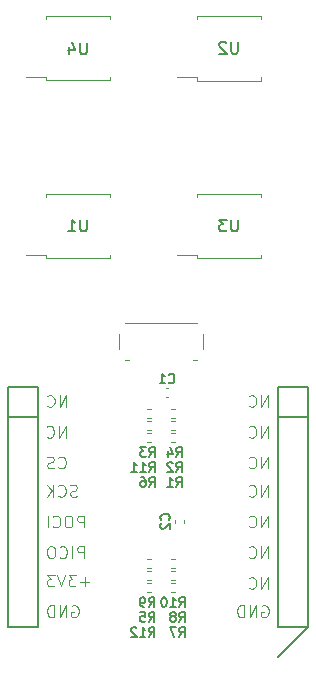
<source format=gbr>
G04 #@! TF.GenerationSoftware,KiCad,Pcbnew,6.0.9*
G04 #@! TF.CreationDate,2022-11-13T16:30:06+01:00*
G04 #@! TF.ProjectId,mikro-spiflash,6d696b72-6f2d-4737-9069-666c6173682e,rev?*
G04 #@! TF.SameCoordinates,Original*
G04 #@! TF.FileFunction,Legend,Bot*
G04 #@! TF.FilePolarity,Positive*
%FSLAX46Y46*%
G04 Gerber Fmt 4.6, Leading zero omitted, Abs format (unit mm)*
G04 Created by KiCad (PCBNEW 6.0.9) date 2022-11-13 16:30:06*
%MOMM*%
%LPD*%
G01*
G04 APERTURE LIST*
%ADD10C,0.050000*%
%ADD11C,0.150000*%
%ADD12C,0.127000*%
%ADD13C,0.120000*%
G04 APERTURE END LIST*
D10*
X93074023Y-47442380D02*
X93074023Y-46442380D01*
X92502595Y-47442380D01*
X92502595Y-46442380D01*
X91454976Y-47347142D02*
X91502595Y-47394761D01*
X91645452Y-47442380D01*
X91740690Y-47442380D01*
X91883547Y-47394761D01*
X91978785Y-47299523D01*
X92026404Y-47204285D01*
X92074023Y-47013809D01*
X92074023Y-46870952D01*
X92026404Y-46680476D01*
X91978785Y-46585238D01*
X91883547Y-46490000D01*
X91740690Y-46442380D01*
X91645452Y-46442380D01*
X91502595Y-46490000D01*
X91454976Y-46537619D01*
X93024023Y-50042380D02*
X93024023Y-49042380D01*
X92452595Y-50042380D01*
X92452595Y-49042380D01*
X91404976Y-49947142D02*
X91452595Y-49994761D01*
X91595452Y-50042380D01*
X91690690Y-50042380D01*
X91833547Y-49994761D01*
X91928785Y-49899523D01*
X91976404Y-49804285D01*
X92024023Y-49613809D01*
X92024023Y-49470952D01*
X91976404Y-49280476D01*
X91928785Y-49185238D01*
X91833547Y-49090000D01*
X91690690Y-49042380D01*
X91595452Y-49042380D01*
X91452595Y-49090000D01*
X91404976Y-49137619D01*
X92407357Y-52547142D02*
X92454976Y-52594761D01*
X92597833Y-52642380D01*
X92693071Y-52642380D01*
X92835928Y-52594761D01*
X92931166Y-52499523D01*
X92978785Y-52404285D01*
X93026404Y-52213809D01*
X93026404Y-52070952D01*
X92978785Y-51880476D01*
X92931166Y-51785238D01*
X92835928Y-51690000D01*
X92693071Y-51642380D01*
X92597833Y-51642380D01*
X92454976Y-51690000D01*
X92407357Y-51737619D01*
X92026404Y-52594761D02*
X91883547Y-52642380D01*
X91645452Y-52642380D01*
X91550214Y-52594761D01*
X91502595Y-52547142D01*
X91454976Y-52451904D01*
X91454976Y-52356666D01*
X91502595Y-52261428D01*
X91550214Y-52213809D01*
X91645452Y-52166190D01*
X91835928Y-52118571D01*
X91931166Y-52070952D01*
X91978785Y-52023333D01*
X92026404Y-51928095D01*
X92026404Y-51832857D01*
X91978785Y-51737619D01*
X91931166Y-51690000D01*
X91835928Y-51642380D01*
X91597833Y-51642380D01*
X91454976Y-51690000D01*
X93976404Y-54994761D02*
X93833547Y-55042380D01*
X93595452Y-55042380D01*
X93500214Y-54994761D01*
X93452595Y-54947142D01*
X93404976Y-54851904D01*
X93404976Y-54756666D01*
X93452595Y-54661428D01*
X93500214Y-54613809D01*
X93595452Y-54566190D01*
X93785928Y-54518571D01*
X93881166Y-54470952D01*
X93928785Y-54423333D01*
X93976404Y-54328095D01*
X93976404Y-54232857D01*
X93928785Y-54137619D01*
X93881166Y-54090000D01*
X93785928Y-54042380D01*
X93547833Y-54042380D01*
X93404976Y-54090000D01*
X92404976Y-54947142D02*
X92452595Y-54994761D01*
X92595452Y-55042380D01*
X92690690Y-55042380D01*
X92833547Y-54994761D01*
X92928785Y-54899523D01*
X92976404Y-54804285D01*
X93024023Y-54613809D01*
X93024023Y-54470952D01*
X92976404Y-54280476D01*
X92928785Y-54185238D01*
X92833547Y-54090000D01*
X92690690Y-54042380D01*
X92595452Y-54042380D01*
X92452595Y-54090000D01*
X92404976Y-54137619D01*
X91976404Y-55042380D02*
X91976404Y-54042380D01*
X91404976Y-55042380D02*
X91833547Y-54470952D01*
X91404976Y-54042380D02*
X91976404Y-54613809D01*
X94550214Y-57642380D02*
X94550214Y-56642380D01*
X94169261Y-56642380D01*
X94074023Y-56690000D01*
X94026404Y-56737619D01*
X93978785Y-56832857D01*
X93978785Y-56975714D01*
X94026404Y-57070952D01*
X94074023Y-57118571D01*
X94169261Y-57166190D01*
X94550214Y-57166190D01*
X93359738Y-56642380D02*
X93169261Y-56642380D01*
X93074023Y-56690000D01*
X92978785Y-56785238D01*
X92931166Y-56975714D01*
X92931166Y-57309047D01*
X92978785Y-57499523D01*
X93074023Y-57594761D01*
X93169261Y-57642380D01*
X93359738Y-57642380D01*
X93454976Y-57594761D01*
X93550214Y-57499523D01*
X93597833Y-57309047D01*
X93597833Y-56975714D01*
X93550214Y-56785238D01*
X93454976Y-56690000D01*
X93359738Y-56642380D01*
X91931166Y-57547142D02*
X91978785Y-57594761D01*
X92121642Y-57642380D01*
X92216880Y-57642380D01*
X92359738Y-57594761D01*
X92454976Y-57499523D01*
X92502595Y-57404285D01*
X92550214Y-57213809D01*
X92550214Y-57070952D01*
X92502595Y-56880476D01*
X92454976Y-56785238D01*
X92359738Y-56690000D01*
X92216880Y-56642380D01*
X92121642Y-56642380D01*
X91978785Y-56690000D01*
X91931166Y-56737619D01*
X91502595Y-57642380D02*
X91502595Y-56642380D01*
X94550214Y-60242380D02*
X94550214Y-59242380D01*
X94169261Y-59242380D01*
X94074023Y-59290000D01*
X94026404Y-59337619D01*
X93978785Y-59432857D01*
X93978785Y-59575714D01*
X94026404Y-59670952D01*
X94074023Y-59718571D01*
X94169261Y-59766190D01*
X94550214Y-59766190D01*
X93550214Y-60242380D02*
X93550214Y-59242380D01*
X92502595Y-60147142D02*
X92550214Y-60194761D01*
X92693071Y-60242380D01*
X92788309Y-60242380D01*
X92931166Y-60194761D01*
X93026404Y-60099523D01*
X93074023Y-60004285D01*
X93121642Y-59813809D01*
X93121642Y-59670952D01*
X93074023Y-59480476D01*
X93026404Y-59385238D01*
X92931166Y-59290000D01*
X92788309Y-59242380D01*
X92693071Y-59242380D01*
X92550214Y-59290000D01*
X92502595Y-59337619D01*
X91883547Y-59242380D02*
X91693071Y-59242380D01*
X91597833Y-59290000D01*
X91502595Y-59385238D01*
X91454976Y-59575714D01*
X91454976Y-59909047D01*
X91502595Y-60099523D01*
X91597833Y-60194761D01*
X91693071Y-60242380D01*
X91883547Y-60242380D01*
X91978785Y-60194761D01*
X92074023Y-60099523D01*
X92121642Y-59909047D01*
X92121642Y-59575714D01*
X92074023Y-59385238D01*
X91978785Y-59290000D01*
X91883547Y-59242380D01*
X95026404Y-62261428D02*
X94264500Y-62261428D01*
X94645452Y-62642380D02*
X94645452Y-61880476D01*
X93883547Y-61642380D02*
X93264500Y-61642380D01*
X93597833Y-62023333D01*
X93454976Y-62023333D01*
X93359738Y-62070952D01*
X93312119Y-62118571D01*
X93264500Y-62213809D01*
X93264500Y-62451904D01*
X93312119Y-62547142D01*
X93359738Y-62594761D01*
X93454976Y-62642380D01*
X93740690Y-62642380D01*
X93835928Y-62594761D01*
X93883547Y-62547142D01*
X92978785Y-61642380D02*
X92645452Y-62642380D01*
X92312119Y-61642380D01*
X92074023Y-61642380D02*
X91454976Y-61642380D01*
X91788309Y-62023333D01*
X91645452Y-62023333D01*
X91550214Y-62070952D01*
X91502595Y-62118571D01*
X91454976Y-62213809D01*
X91454976Y-62451904D01*
X91502595Y-62547142D01*
X91550214Y-62594761D01*
X91645452Y-62642380D01*
X91931166Y-62642380D01*
X92026404Y-62594761D01*
X92074023Y-62547142D01*
X93550214Y-64290000D02*
X93645452Y-64242380D01*
X93788309Y-64242380D01*
X93931166Y-64290000D01*
X94026404Y-64385238D01*
X94074023Y-64480476D01*
X94121642Y-64670952D01*
X94121642Y-64813809D01*
X94074023Y-65004285D01*
X94026404Y-65099523D01*
X93931166Y-65194761D01*
X93788309Y-65242380D01*
X93693071Y-65242380D01*
X93550214Y-65194761D01*
X93502595Y-65147142D01*
X93502595Y-64813809D01*
X93693071Y-64813809D01*
X93074023Y-65242380D02*
X93074023Y-64242380D01*
X92502595Y-65242380D01*
X92502595Y-64242380D01*
X92026404Y-65242380D02*
X92026404Y-64242380D01*
X91788309Y-64242380D01*
X91645452Y-64290000D01*
X91550214Y-64385238D01*
X91502595Y-64480476D01*
X91454976Y-64670952D01*
X91454976Y-64813809D01*
X91502595Y-65004285D01*
X91550214Y-65099523D01*
X91645452Y-65194761D01*
X91788309Y-65242380D01*
X92026404Y-65242380D01*
X109637595Y-64290000D02*
X109732833Y-64242380D01*
X109875690Y-64242380D01*
X110018547Y-64290000D01*
X110113785Y-64385238D01*
X110161404Y-64480476D01*
X110209023Y-64670952D01*
X110209023Y-64813809D01*
X110161404Y-65004285D01*
X110113785Y-65099523D01*
X110018547Y-65194761D01*
X109875690Y-65242380D01*
X109780452Y-65242380D01*
X109637595Y-65194761D01*
X109589976Y-65147142D01*
X109589976Y-64813809D01*
X109780452Y-64813809D01*
X109161404Y-65242380D02*
X109161404Y-64242380D01*
X108589976Y-65242380D01*
X108589976Y-64242380D01*
X108113785Y-65242380D02*
X108113785Y-64242380D01*
X107875690Y-64242380D01*
X107732833Y-64290000D01*
X107637595Y-64385238D01*
X107589976Y-64480476D01*
X107542357Y-64670952D01*
X107542357Y-64813809D01*
X107589976Y-65004285D01*
X107637595Y-65099523D01*
X107732833Y-65194761D01*
X107875690Y-65242380D01*
X108113785Y-65242380D01*
X110161404Y-62842380D02*
X110161404Y-61842380D01*
X109589976Y-62842380D01*
X109589976Y-61842380D01*
X108542357Y-62747142D02*
X108589976Y-62794761D01*
X108732833Y-62842380D01*
X108828071Y-62842380D01*
X108970928Y-62794761D01*
X109066166Y-62699523D01*
X109113785Y-62604285D01*
X109161404Y-62413809D01*
X109161404Y-62270952D01*
X109113785Y-62080476D01*
X109066166Y-61985238D01*
X108970928Y-61890000D01*
X108828071Y-61842380D01*
X108732833Y-61842380D01*
X108589976Y-61890000D01*
X108542357Y-61937619D01*
X110161404Y-60242380D02*
X110161404Y-59242380D01*
X109589976Y-60242380D01*
X109589976Y-59242380D01*
X108542357Y-60147142D02*
X108589976Y-60194761D01*
X108732833Y-60242380D01*
X108828071Y-60242380D01*
X108970928Y-60194761D01*
X109066166Y-60099523D01*
X109113785Y-60004285D01*
X109161404Y-59813809D01*
X109161404Y-59670952D01*
X109113785Y-59480476D01*
X109066166Y-59385238D01*
X108970928Y-59290000D01*
X108828071Y-59242380D01*
X108732833Y-59242380D01*
X108589976Y-59290000D01*
X108542357Y-59337619D01*
X110161404Y-57642380D02*
X110161404Y-56642380D01*
X109589976Y-57642380D01*
X109589976Y-56642380D01*
X108542357Y-57547142D02*
X108589976Y-57594761D01*
X108732833Y-57642380D01*
X108828071Y-57642380D01*
X108970928Y-57594761D01*
X109066166Y-57499523D01*
X109113785Y-57404285D01*
X109161404Y-57213809D01*
X109161404Y-57070952D01*
X109113785Y-56880476D01*
X109066166Y-56785238D01*
X108970928Y-56690000D01*
X108828071Y-56642380D01*
X108732833Y-56642380D01*
X108589976Y-56690000D01*
X108542357Y-56737619D01*
X110161404Y-55042380D02*
X110161404Y-54042380D01*
X109589976Y-55042380D01*
X109589976Y-54042380D01*
X108542357Y-54947142D02*
X108589976Y-54994761D01*
X108732833Y-55042380D01*
X108828071Y-55042380D01*
X108970928Y-54994761D01*
X109066166Y-54899523D01*
X109113785Y-54804285D01*
X109161404Y-54613809D01*
X109161404Y-54470952D01*
X109113785Y-54280476D01*
X109066166Y-54185238D01*
X108970928Y-54090000D01*
X108828071Y-54042380D01*
X108732833Y-54042380D01*
X108589976Y-54090000D01*
X108542357Y-54137619D01*
X110161404Y-52642380D02*
X110161404Y-51642380D01*
X109589976Y-52642380D01*
X109589976Y-51642380D01*
X108542357Y-52547142D02*
X108589976Y-52594761D01*
X108732833Y-52642380D01*
X108828071Y-52642380D01*
X108970928Y-52594761D01*
X109066166Y-52499523D01*
X109113785Y-52404285D01*
X109161404Y-52213809D01*
X109161404Y-52070952D01*
X109113785Y-51880476D01*
X109066166Y-51785238D01*
X108970928Y-51690000D01*
X108828071Y-51642380D01*
X108732833Y-51642380D01*
X108589976Y-51690000D01*
X108542357Y-51737619D01*
X110161404Y-50042380D02*
X110161404Y-49042380D01*
X109589976Y-50042380D01*
X109589976Y-49042380D01*
X108542357Y-49947142D02*
X108589976Y-49994761D01*
X108732833Y-50042380D01*
X108828071Y-50042380D01*
X108970928Y-49994761D01*
X109066166Y-49899523D01*
X109113785Y-49804285D01*
X109161404Y-49613809D01*
X109161404Y-49470952D01*
X109113785Y-49280476D01*
X109066166Y-49185238D01*
X108970928Y-49090000D01*
X108828071Y-49042380D01*
X108732833Y-49042380D01*
X108589976Y-49090000D01*
X108542357Y-49137619D01*
X110161404Y-47442380D02*
X110161404Y-46442380D01*
X109589976Y-47442380D01*
X109589976Y-46442380D01*
X108542357Y-47347142D02*
X108589976Y-47394761D01*
X108732833Y-47442380D01*
X108828071Y-47442380D01*
X108970928Y-47394761D01*
X109066166Y-47299523D01*
X109113785Y-47204285D01*
X109161404Y-47013809D01*
X109161404Y-46870952D01*
X109113785Y-46680476D01*
X109066166Y-46585238D01*
X108970928Y-46490000D01*
X108828071Y-46442380D01*
X108732833Y-46442380D01*
X108589976Y-46490000D01*
X108542357Y-46537619D01*
D11*
X100092880Y-52939904D02*
X100359547Y-52558952D01*
X100550023Y-52939904D02*
X100550023Y-52139904D01*
X100245261Y-52139904D01*
X100169071Y-52178000D01*
X100130976Y-52216095D01*
X100092880Y-52292285D01*
X100092880Y-52406571D01*
X100130976Y-52482761D01*
X100169071Y-52520857D01*
X100245261Y-52558952D01*
X100550023Y-52558952D01*
X99330976Y-52939904D02*
X99788119Y-52939904D01*
X99559547Y-52939904D02*
X99559547Y-52139904D01*
X99635738Y-52254190D01*
X99711928Y-52330380D01*
X99788119Y-52368476D01*
X98569071Y-52939904D02*
X99026214Y-52939904D01*
X98797642Y-52939904D02*
X98797642Y-52139904D01*
X98873833Y-52254190D01*
X98950023Y-52330380D01*
X99026214Y-52368476D01*
X94803404Y-16594880D02*
X94803404Y-17404404D01*
X94755785Y-17499642D01*
X94708166Y-17547261D01*
X94612928Y-17594880D01*
X94422452Y-17594880D01*
X94327214Y-17547261D01*
X94279595Y-17499642D01*
X94231976Y-17404404D01*
X94231976Y-16594880D01*
X93327214Y-16928214D02*
X93327214Y-17594880D01*
X93565309Y-16547261D02*
X93803404Y-17261547D01*
X93184357Y-17261547D01*
X107598404Y-31583380D02*
X107598404Y-32392904D01*
X107550785Y-32488142D01*
X107503166Y-32535761D01*
X107407928Y-32583380D01*
X107217452Y-32583380D01*
X107122214Y-32535761D01*
X107074595Y-32488142D01*
X107026976Y-32392904D01*
X107026976Y-31583380D01*
X106646023Y-31583380D02*
X106026976Y-31583380D01*
X106360309Y-31964333D01*
X106217452Y-31964333D01*
X106122214Y-32011952D01*
X106074595Y-32059571D01*
X106026976Y-32154809D01*
X106026976Y-32392904D01*
X106074595Y-32488142D01*
X106122214Y-32535761D01*
X106217452Y-32583380D01*
X106503166Y-32583380D01*
X106598404Y-32535761D01*
X106646023Y-32488142D01*
X107600904Y-16533880D02*
X107600904Y-17343404D01*
X107553285Y-17438642D01*
X107505666Y-17486261D01*
X107410428Y-17533880D01*
X107219952Y-17533880D01*
X107124714Y-17486261D01*
X107077095Y-17438642D01*
X107029476Y-17343404D01*
X107029476Y-16533880D01*
X106600904Y-16629119D02*
X106553285Y-16581500D01*
X106458047Y-16533880D01*
X106219952Y-16533880D01*
X106124714Y-16581500D01*
X106077095Y-16629119D01*
X106029476Y-16724357D01*
X106029476Y-16819595D01*
X106077095Y-16962452D01*
X106648523Y-17533880D01*
X106029476Y-17533880D01*
X94805904Y-31580880D02*
X94805904Y-32390404D01*
X94758285Y-32485642D01*
X94710666Y-32533261D01*
X94615428Y-32580880D01*
X94424952Y-32580880D01*
X94329714Y-32533261D01*
X94282095Y-32485642D01*
X94234476Y-32390404D01*
X94234476Y-31580880D01*
X93234476Y-32580880D02*
X93805904Y-32580880D01*
X93520190Y-32580880D02*
X93520190Y-31580880D01*
X93615428Y-31723738D01*
X93710666Y-31818976D01*
X93805904Y-31866595D01*
X100071690Y-66909904D02*
X100338357Y-66528952D01*
X100528833Y-66909904D02*
X100528833Y-66109904D01*
X100224071Y-66109904D01*
X100147880Y-66148000D01*
X100109785Y-66186095D01*
X100071690Y-66262285D01*
X100071690Y-66376571D01*
X100109785Y-66452761D01*
X100147880Y-66490857D01*
X100224071Y-66528952D01*
X100528833Y-66528952D01*
X99309785Y-66909904D02*
X99766928Y-66909904D01*
X99538357Y-66909904D02*
X99538357Y-66109904D01*
X99614547Y-66224190D01*
X99690738Y-66300380D01*
X99766928Y-66338476D01*
X99005023Y-66186095D02*
X98966928Y-66148000D01*
X98890738Y-66109904D01*
X98700261Y-66109904D01*
X98624071Y-66148000D01*
X98585976Y-66186095D01*
X98547880Y-66262285D01*
X98547880Y-66338476D01*
X98585976Y-66452761D01*
X99043119Y-66909904D01*
X98547880Y-66909904D01*
X102632880Y-64369904D02*
X102899547Y-63988952D01*
X103090023Y-64369904D02*
X103090023Y-63569904D01*
X102785261Y-63569904D01*
X102709071Y-63608000D01*
X102670976Y-63646095D01*
X102632880Y-63722285D01*
X102632880Y-63836571D01*
X102670976Y-63912761D01*
X102709071Y-63950857D01*
X102785261Y-63988952D01*
X103090023Y-63988952D01*
X101870976Y-64369904D02*
X102328119Y-64369904D01*
X102099547Y-64369904D02*
X102099547Y-63569904D01*
X102175738Y-63684190D01*
X102251928Y-63760380D01*
X102328119Y-63798476D01*
X101375738Y-63569904D02*
X101299547Y-63569904D01*
X101223357Y-63608000D01*
X101185261Y-63646095D01*
X101147166Y-63722285D01*
X101109071Y-63874666D01*
X101109071Y-64065142D01*
X101147166Y-64217523D01*
X101185261Y-64293714D01*
X101223357Y-64331809D01*
X101299547Y-64369904D01*
X101375738Y-64369904D01*
X101451928Y-64331809D01*
X101490023Y-64293714D01*
X101528119Y-64217523D01*
X101566214Y-64065142D01*
X101566214Y-63874666D01*
X101528119Y-63722285D01*
X101490023Y-63646095D01*
X101451928Y-63608000D01*
X101375738Y-63569904D01*
X100071785Y-64369904D02*
X100338452Y-63988952D01*
X100528928Y-64369904D02*
X100528928Y-63569904D01*
X100224166Y-63569904D01*
X100147976Y-63608000D01*
X100109880Y-63646095D01*
X100071785Y-63722285D01*
X100071785Y-63836571D01*
X100109880Y-63912761D01*
X100147976Y-63950857D01*
X100224166Y-63988952D01*
X100528928Y-63988952D01*
X99690833Y-64369904D02*
X99538452Y-64369904D01*
X99462261Y-64331809D01*
X99424166Y-64293714D01*
X99347976Y-64179428D01*
X99309880Y-64027047D01*
X99309880Y-63722285D01*
X99347976Y-63646095D01*
X99386071Y-63608000D01*
X99462261Y-63569904D01*
X99614642Y-63569904D01*
X99690833Y-63608000D01*
X99728928Y-63646095D01*
X99767023Y-63722285D01*
X99767023Y-63912761D01*
X99728928Y-63988952D01*
X99690833Y-64027047D01*
X99614642Y-64065142D01*
X99462261Y-64065142D01*
X99386071Y-64027047D01*
X99347976Y-63988952D01*
X99309880Y-63912761D01*
X102632880Y-65639904D02*
X102899547Y-65258952D01*
X103090023Y-65639904D02*
X103090023Y-64839904D01*
X102785261Y-64839904D01*
X102709071Y-64878000D01*
X102670976Y-64916095D01*
X102632880Y-64992285D01*
X102632880Y-65106571D01*
X102670976Y-65182761D01*
X102709071Y-65220857D01*
X102785261Y-65258952D01*
X103090023Y-65258952D01*
X102175738Y-65182761D02*
X102251928Y-65144666D01*
X102290023Y-65106571D01*
X102328119Y-65030380D01*
X102328119Y-64992285D01*
X102290023Y-64916095D01*
X102251928Y-64878000D01*
X102175738Y-64839904D01*
X102023357Y-64839904D01*
X101947166Y-64878000D01*
X101909071Y-64916095D01*
X101870976Y-64992285D01*
X101870976Y-65030380D01*
X101909071Y-65106571D01*
X101947166Y-65144666D01*
X102023357Y-65182761D01*
X102175738Y-65182761D01*
X102251928Y-65220857D01*
X102290023Y-65258952D01*
X102328119Y-65335142D01*
X102328119Y-65487523D01*
X102290023Y-65563714D01*
X102251928Y-65601809D01*
X102175738Y-65639904D01*
X102023357Y-65639904D01*
X101947166Y-65601809D01*
X101909071Y-65563714D01*
X101870976Y-65487523D01*
X101870976Y-65335142D01*
X101909071Y-65258952D01*
X101947166Y-65220857D01*
X102023357Y-65182761D01*
X102632880Y-66909904D02*
X102899547Y-66528952D01*
X103090023Y-66909904D02*
X103090023Y-66109904D01*
X102785261Y-66109904D01*
X102709071Y-66148000D01*
X102670976Y-66186095D01*
X102632880Y-66262285D01*
X102632880Y-66376571D01*
X102670976Y-66452761D01*
X102709071Y-66490857D01*
X102785261Y-66528952D01*
X103090023Y-66528952D01*
X102366214Y-66109904D02*
X101832880Y-66109904D01*
X102175738Y-66909904D01*
X100092880Y-54209904D02*
X100359547Y-53828952D01*
X100550023Y-54209904D02*
X100550023Y-53409904D01*
X100245261Y-53409904D01*
X100169071Y-53448000D01*
X100130976Y-53486095D01*
X100092880Y-53562285D01*
X100092880Y-53676571D01*
X100130976Y-53752761D01*
X100169071Y-53790857D01*
X100245261Y-53828952D01*
X100550023Y-53828952D01*
X99407166Y-53409904D02*
X99559547Y-53409904D01*
X99635738Y-53448000D01*
X99673833Y-53486095D01*
X99750023Y-53600380D01*
X99788119Y-53752761D01*
X99788119Y-54057523D01*
X99750023Y-54133714D01*
X99711928Y-54171809D01*
X99635738Y-54209904D01*
X99483357Y-54209904D01*
X99407166Y-54171809D01*
X99369071Y-54133714D01*
X99330976Y-54057523D01*
X99330976Y-53867047D01*
X99369071Y-53790857D01*
X99407166Y-53752761D01*
X99483357Y-53714666D01*
X99635738Y-53714666D01*
X99711928Y-53752761D01*
X99750023Y-53790857D01*
X99788119Y-53867047D01*
X100071785Y-65639904D02*
X100338452Y-65258952D01*
X100528928Y-65639904D02*
X100528928Y-64839904D01*
X100224166Y-64839904D01*
X100147976Y-64878000D01*
X100109880Y-64916095D01*
X100071785Y-64992285D01*
X100071785Y-65106571D01*
X100109880Y-65182761D01*
X100147976Y-65220857D01*
X100224166Y-65258952D01*
X100528928Y-65258952D01*
X99347976Y-64839904D02*
X99728928Y-64839904D01*
X99767023Y-65220857D01*
X99728928Y-65182761D01*
X99652738Y-65144666D01*
X99462261Y-65144666D01*
X99386071Y-65182761D01*
X99347976Y-65220857D01*
X99309880Y-65297047D01*
X99309880Y-65487523D01*
X99347976Y-65563714D01*
X99386071Y-65601809D01*
X99462261Y-65639904D01*
X99652738Y-65639904D01*
X99728928Y-65601809D01*
X99767023Y-65563714D01*
X102378880Y-51669904D02*
X102645547Y-51288952D01*
X102836023Y-51669904D02*
X102836023Y-50869904D01*
X102531261Y-50869904D01*
X102455071Y-50908000D01*
X102416976Y-50946095D01*
X102378880Y-51022285D01*
X102378880Y-51136571D01*
X102416976Y-51212761D01*
X102455071Y-51250857D01*
X102531261Y-51288952D01*
X102836023Y-51288952D01*
X101693166Y-51136571D02*
X101693166Y-51669904D01*
X101883642Y-50831809D02*
X102074119Y-51403238D01*
X101578880Y-51403238D01*
X100092880Y-51669904D02*
X100359547Y-51288952D01*
X100550023Y-51669904D02*
X100550023Y-50869904D01*
X100245261Y-50869904D01*
X100169071Y-50908000D01*
X100130976Y-50946095D01*
X100092880Y-51022285D01*
X100092880Y-51136571D01*
X100130976Y-51212761D01*
X100169071Y-51250857D01*
X100245261Y-51288952D01*
X100550023Y-51288952D01*
X99826214Y-50869904D02*
X99330976Y-50869904D01*
X99597642Y-51174666D01*
X99483357Y-51174666D01*
X99407166Y-51212761D01*
X99369071Y-51250857D01*
X99330976Y-51327047D01*
X99330976Y-51517523D01*
X99369071Y-51593714D01*
X99407166Y-51631809D01*
X99483357Y-51669904D01*
X99711928Y-51669904D01*
X99788119Y-51631809D01*
X99826214Y-51593714D01*
X102378880Y-52939904D02*
X102645547Y-52558952D01*
X102836023Y-52939904D02*
X102836023Y-52139904D01*
X102531261Y-52139904D01*
X102455071Y-52178000D01*
X102416976Y-52216095D01*
X102378880Y-52292285D01*
X102378880Y-52406571D01*
X102416976Y-52482761D01*
X102455071Y-52520857D01*
X102531261Y-52558952D01*
X102836023Y-52558952D01*
X102074119Y-52216095D02*
X102036023Y-52178000D01*
X101959833Y-52139904D01*
X101769357Y-52139904D01*
X101693166Y-52178000D01*
X101655071Y-52216095D01*
X101616976Y-52292285D01*
X101616976Y-52368476D01*
X101655071Y-52482761D01*
X102112214Y-52939904D01*
X101616976Y-52939904D01*
X102378880Y-54209904D02*
X102645547Y-53828952D01*
X102836023Y-54209904D02*
X102836023Y-53409904D01*
X102531261Y-53409904D01*
X102455071Y-53448000D01*
X102416976Y-53486095D01*
X102378880Y-53562285D01*
X102378880Y-53676571D01*
X102416976Y-53752761D01*
X102455071Y-53790857D01*
X102531261Y-53828952D01*
X102836023Y-53828952D01*
X101616976Y-54209904D02*
X102074119Y-54209904D01*
X101845547Y-54209904D02*
X101845547Y-53409904D01*
X101921738Y-53524190D01*
X101997928Y-53600380D01*
X102074119Y-53638476D01*
X101769714Y-56988666D02*
X101807809Y-56950571D01*
X101845904Y-56836285D01*
X101845904Y-56760095D01*
X101807809Y-56645809D01*
X101731619Y-56569619D01*
X101655428Y-56531523D01*
X101503047Y-56493428D01*
X101388761Y-56493428D01*
X101236380Y-56531523D01*
X101160190Y-56569619D01*
X101084000Y-56645809D01*
X101045904Y-56760095D01*
X101045904Y-56836285D01*
X101084000Y-56950571D01*
X101122095Y-56988666D01*
X101122095Y-57293428D02*
X101084000Y-57331523D01*
X101045904Y-57407714D01*
X101045904Y-57598190D01*
X101084000Y-57674380D01*
X101122095Y-57712476D01*
X101198285Y-57750571D01*
X101274476Y-57750571D01*
X101388761Y-57712476D01*
X101845904Y-57255333D01*
X101845904Y-57750571D01*
X101733333Y-45353714D02*
X101771428Y-45391809D01*
X101885714Y-45429904D01*
X101961904Y-45429904D01*
X102076190Y-45391809D01*
X102152380Y-45315619D01*
X102190476Y-45239428D01*
X102228571Y-45087047D01*
X102228571Y-44972761D01*
X102190476Y-44820380D01*
X102152380Y-44744190D01*
X102076190Y-44668000D01*
X101961904Y-44629904D01*
X101885714Y-44629904D01*
X101771428Y-44668000D01*
X101733333Y-44706095D01*
X100971428Y-45429904D02*
X101428571Y-45429904D01*
X101200000Y-45429904D02*
X101200000Y-44629904D01*
X101276190Y-44744190D01*
X101352380Y-44820380D01*
X101428571Y-44858476D01*
D12*
X113562000Y-66040000D02*
X111022000Y-68630000D01*
X88162000Y-48260000D02*
X90702000Y-48260000D01*
X111022000Y-45720000D02*
X113562000Y-45720000D01*
X111022000Y-66040000D02*
X113562000Y-66040000D01*
X111022000Y-48260000D02*
X111022000Y-66040000D01*
X111022000Y-45720000D02*
X111022000Y-48260000D01*
X113562000Y-45720000D02*
X113562000Y-66040000D01*
X111022000Y-48260000D02*
X113562000Y-48260000D01*
X90702000Y-45720000D02*
X88162000Y-45720000D01*
X90702000Y-48260000D02*
X90702000Y-45720000D01*
X90702000Y-66040000D02*
X90702000Y-48260000D01*
X88162000Y-66040000D02*
X90702000Y-66040000D01*
X88162000Y-48260000D02*
X88162000Y-66040000D01*
X88162000Y-45720000D02*
X88162000Y-48260000D01*
D13*
X100229641Y-48642000D02*
X99922359Y-48642000D01*
X100229641Y-49402000D02*
X99922359Y-49402000D01*
X91316500Y-14354000D02*
X91316500Y-14614000D01*
X91316500Y-19544000D02*
X89641500Y-19544000D01*
X94041500Y-19804000D02*
X91316500Y-19804000D01*
X91316500Y-19804000D02*
X91316500Y-19544000D01*
X96766500Y-14354000D02*
X96766500Y-14614000D01*
X94041500Y-14354000D02*
X96766500Y-14354000D01*
X94041500Y-14354000D02*
X91316500Y-14354000D01*
X96766500Y-19804000D02*
X96766500Y-19544000D01*
X94041500Y-19804000D02*
X96766500Y-19804000D01*
X104111500Y-29406000D02*
X104111500Y-29666000D01*
X104111500Y-34596000D02*
X102436500Y-34596000D01*
X106836500Y-34856000D02*
X104111500Y-34856000D01*
X104111500Y-34856000D02*
X104111500Y-34596000D01*
X109561500Y-29406000D02*
X109561500Y-29666000D01*
X106836500Y-29406000D02*
X109561500Y-29406000D01*
X106836500Y-29406000D02*
X104111500Y-29406000D01*
X109561500Y-34856000D02*
X109561500Y-34596000D01*
X106836500Y-34856000D02*
X109561500Y-34856000D01*
X106839000Y-19806500D02*
X109564000Y-19806500D01*
X109564000Y-19806500D02*
X109564000Y-19546500D01*
X106839000Y-14356500D02*
X104114000Y-14356500D01*
X106839000Y-14356500D02*
X109564000Y-14356500D01*
X109564000Y-14356500D02*
X109564000Y-14616500D01*
X104114000Y-19806500D02*
X104114000Y-19546500D01*
X106839000Y-19806500D02*
X104114000Y-19806500D01*
X104114000Y-19546500D02*
X102439000Y-19546500D01*
X104114000Y-14356500D02*
X104114000Y-14616500D01*
X94044000Y-34853500D02*
X96769000Y-34853500D01*
X96769000Y-34853500D02*
X96769000Y-34593500D01*
X94044000Y-29403500D02*
X91319000Y-29403500D01*
X94044000Y-29403500D02*
X96769000Y-29403500D01*
X96769000Y-29403500D02*
X96769000Y-29663500D01*
X91319000Y-34853500D02*
X91319000Y-34593500D01*
X94044000Y-34853500D02*
X91319000Y-34853500D01*
X91319000Y-34593500D02*
X89644000Y-34593500D01*
X91319000Y-29403500D02*
X91319000Y-29663500D01*
X97566000Y-42560000D02*
X97566000Y-41260000D01*
X103816000Y-43460000D02*
X104166000Y-43460000D01*
X98066000Y-43460000D02*
X98416000Y-43460000D01*
X104166000Y-40360000D02*
X98066000Y-40360000D01*
X104666000Y-41260000D02*
X104666000Y-42560000D01*
X100227641Y-62358000D02*
X99920359Y-62358000D01*
X100227641Y-63118000D02*
X99920359Y-63118000D01*
X101952359Y-61086000D02*
X102259641Y-61086000D01*
X101952359Y-60326000D02*
X102259641Y-60326000D01*
X100227641Y-61086000D02*
X99920359Y-61086000D01*
X100227641Y-60326000D02*
X99920359Y-60326000D01*
X101952359Y-62102000D02*
X102259641Y-62102000D01*
X101952359Y-61342000D02*
X102259641Y-61342000D01*
X101952359Y-62358000D02*
X102259641Y-62358000D01*
X101952359Y-63118000D02*
X102259641Y-63118000D01*
X100229641Y-49658000D02*
X99922359Y-49658000D01*
X100229641Y-50418000D02*
X99922359Y-50418000D01*
X100227641Y-61342000D02*
X99920359Y-61342000D01*
X100227641Y-62102000D02*
X99920359Y-62102000D01*
X101954359Y-47626000D02*
X102261641Y-47626000D01*
X101954359Y-48386000D02*
X102261641Y-48386000D01*
X100229641Y-48386000D02*
X99922359Y-48386000D01*
X100229641Y-47626000D02*
X99922359Y-47626000D01*
X101954359Y-49402000D02*
X102261641Y-49402000D01*
X101954359Y-48642000D02*
X102261641Y-48642000D01*
X101954359Y-49658000D02*
X102261641Y-49658000D01*
X101954359Y-50418000D02*
X102261641Y-50418000D01*
X102284000Y-57014164D02*
X102284000Y-57229836D01*
X103004000Y-57014164D02*
X103004000Y-57229836D01*
X101707836Y-45868000D02*
X101492164Y-45868000D01*
X101707836Y-46588000D02*
X101492164Y-46588000D01*
M02*

</source>
